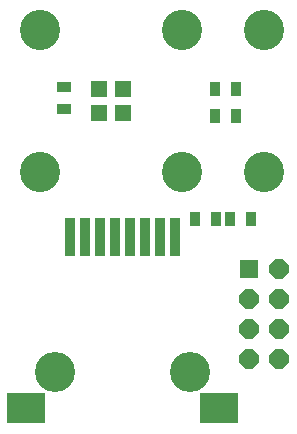
<source format=gbr>
G04 EAGLE Gerber RS-274X export*
G75*
%MOMM*%
%FSLAX34Y34*%
%LPD*%
%INSoldermask Top*%
%IPPOS*%
%AMOC8*
5,1,8,0,0,1.08239X$1,22.5*%
G01*
%ADD10R,1.301600X0.901600*%
%ADD11R,0.901600X1.301600*%
%ADD12R,0.901600X3.301600*%
%ADD13R,3.221600X2.641600*%
%ADD14C,3.401600*%
%ADD15R,1.625600X1.625600*%
%ADD16P,1.759533X8X292.500000*%
%ADD17C,3.403600*%
%ADD18R,1.401600X1.401600*%


D10*
X50000Y291500D03*
X50000Y273500D03*
D11*
X191000Y180000D03*
X209000Y180000D03*
X161000Y180000D03*
X179000Y180000D03*
X178000Y267500D03*
X196000Y267500D03*
X178000Y290000D03*
X196000Y290000D03*
D12*
X144450Y165200D03*
X131750Y165200D03*
X119050Y165200D03*
X106350Y165200D03*
X93650Y165200D03*
X80950Y165200D03*
X68250Y165200D03*
X55550Y165200D03*
D13*
X181700Y20000D03*
X18300Y20000D03*
D14*
X157150Y50500D03*
X42850Y50500D03*
D15*
X207300Y138100D03*
D16*
X232700Y138100D03*
X207300Y112700D03*
X232700Y112700D03*
X207300Y87300D03*
X232700Y87300D03*
X207300Y61900D03*
X232700Y61900D03*
D17*
X30000Y340000D03*
X150000Y340000D03*
X30000Y220000D03*
X150000Y220000D03*
D18*
X80000Y270000D03*
X80000Y290000D03*
X100000Y290000D03*
X100000Y270000D03*
D17*
X220000Y340000D03*
X220000Y220000D03*
M02*

</source>
